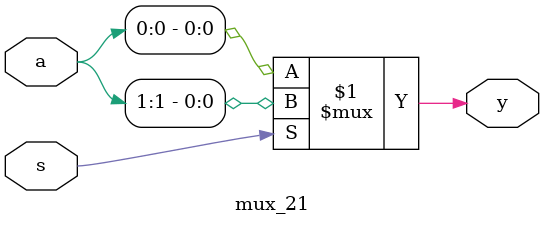
<source format=v>
`timescale 1ns / 1ps

module mux_16x1(a,s,y);
input [15:0]a;
input [3:0]s;
output y;
wire [3:0]p;
mux_8x1 u0(a[7:0],s[2:0],p[0]);
mux_8x1 u1(a[15:8],s[2:0],p[1]);

mux_21 u2(p[1:0],s[3],y);
endmodule


module mux_8x1(a,s,y);
input [7:0]a;
input [2:0]s;
output y;
wire [1:0]p;
mux_4x1 u0(a[3:0],s[1:0],p[0]);
mux_4x1 u1(a[7:4],s[1:0],p[1]);

mux_21 u2(p[1:0],s[2],y);
endmodule


module mux_4x1(a,s,y);
input [3:0]a;
input [1:0]s;
output y;
wire [1:0]p;
mux_21 u0(a[1:0],s[0],p[0]);
mux_21 u1(a[3:2],s[0],p[1]);

mux_21 u2(p[1:0],s[1],y);
endmodule


module mux_21(a,s,y);
input [1:0]a;
input s;
output y;
assign y = s?a[1]:a[0];
endmodule
</source>
